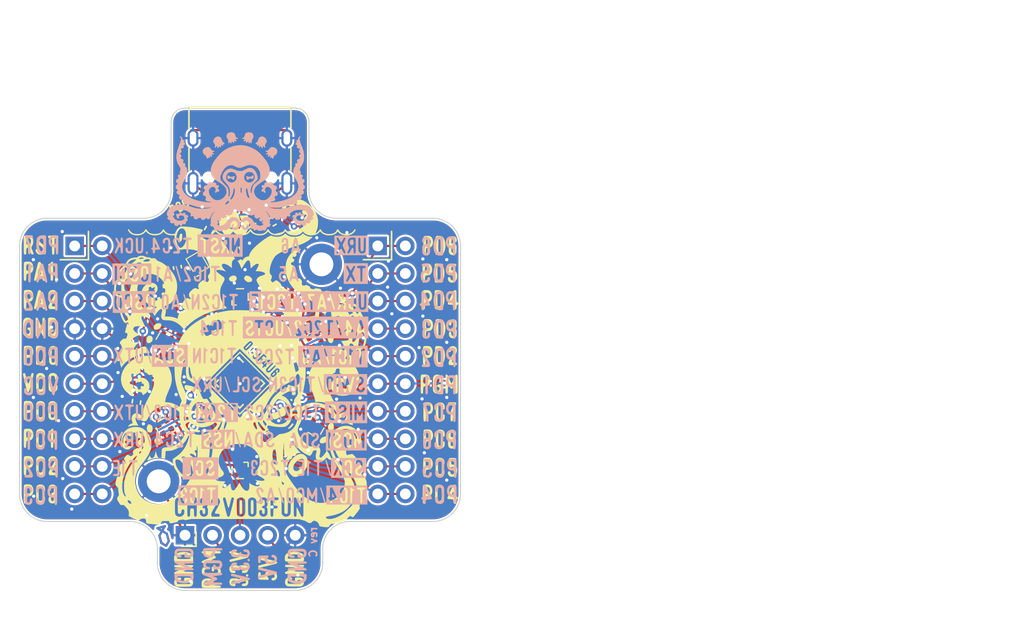
<source format=kicad_pcb>
(kicad_pcb (version 20211014) (generator pcbnew)
  (layers (0 "F.Cu" signal) (31 "B.Cu" signal) (34 "B.Paste" user) (35 "F.Paste" user) (36 "B.SilkS" user "B.Silkscreen") (37 "F.SilkS" user "F.Silkscreen") (38 "B.Mask" user) (39 "F.Mask" user) (44 "Edge.Cuts" user))
  (net 0 "")
  (net 1 "VCC")
  (net 2 "GND")
  (net 3 "PD7NRST")
  (net 4 "PA1")
  (net 5 "PA2")
  (net 6 "PD0")
  (net 7 "PC0")
  (net 8 "PC1")
  (net 9 "PC2")
  (net 10 "PC3")
  (net 11 "SWIO")
  (net 12 "PC4")
  (net 13 "PC5")
  (net 14 "PC6")
  (net 15 "PC7")
  (net 16 "PD2")
  (net 17 "PD6")
  (net 18 "D+")
  (net 19 "D-")
  (net 20 "DPU")
  (net 21 "Net-(J4-PadA7)")
  (net 22 "Net-(J4-PadA6)")
  (net 23 "Net-(J4-PadB5)")
  (net 24 "Net-(J4-PadA5)")
  (net 27 "+5V")
  (net 28 "Net-(D7-Pad2)")
  (net 29 "VD")
  (net 30 "Net-(D1-Pad3)")
  (net 31 "Net-(D2-Pad3)")
  (net 32 "Net-(D3-Pad3)")
  (net 33 "Net-(D4-Pad3)")
  (net 34 "Net-(D5-Pad3)")
  (footprint "cnhardware:XL-1010RGBC-WS812B" (layer "F.Cu") (at 106.928196 103.999988 150)
    (fp_text reference "D1" hide)
    (fp_text value "XL-1010RGBC-WS2812B")
  )
  (footprint "Resistor_SMD:R_0402_1005Metric" (layer "F.Cu") (at 90.45 101.68 -100)
    (fp_text reference "R6")
    (fp_text value "1.5k" hide)
  )
  (footprint "Resistor_SMD:R_0402_1005Metric" (layer "F.Cu") (at 103.825 93.038327 -120)
    (fp_text reference "R2")
    (fp_text value "33" hide)
  )
  (footprint "MountingHole:MountingHole_2.2mm_M2_DIN965_Pad" (layer "F.Cu") (at 92.5 109)
    (fp_text reference "J6" hide)
    (fp_text value "HOLE" hide)
  )
  (footprint "Capacitor_SMD:C_0402_1005Metric" (layer "F.Cu") (at 97.47 94.84 -150)
    (fp_text reference "C3" hide)
    (fp_text value "1u")
  )
  (footprint "Resistor_SMD:R_0402_1005Metric" (layer "F.Cu") (at 99.65 87.75 -60)
    (fp_text reference "R1" hide)
    (fp_text value "33")
  )
  (footprint "Resistor_SMD:R_0402_1005Metric" (layer "F.Cu") (at 102.14 94.45 180)
    (fp_text reference "R5")
    (fp_text value "1.5k 1%" hide)
  )
  (footprint "Custom:PinHeader_2x10_P2.54mm_Vertical" (layer "F.Cu") (at 84.755 87.305)
    (fp_text reference "J1" hide)
    (fp_text value "~")
  )
  (footprint "cnhardware:XL-1010RGBC-WS812B" (layer "F.Cu") (at 99.999997 91.999994 -90)
    (fp_text reference "D5" hide)
    (fp_text value "XL-1010RGBC-WS2812B")
  )
  (footprint "Custom:PinHeader_1x05_P2.54mm_Vertical" (layer "F.Cu") (at 94.925 113.97 90)
    (fp_text reference "J2" hide)
    (fp_text value "PGM" hide)
  )
  (footprint "Capacitor_SMD:C_0402_1005Metric" (layer "F.Cu") (at 94.23 89.28 -80)
    (fp_text reference "C4")
    (fp_text value "1u" hide)
  )
  (footprint "Package_DFN_QFN:QFN-20-1EP_3x3mm_P0.4mm_EP1.65x1.65mm" (layer "F.Cu") (at 99.97 99.97 -45)
    (fp_text reference "U1")
    (fp_text value "CH32V003F4U6" hide)
  )
  (footprint "Capacitor_SMD:C_0402_1005Metric" (layer "F.Cu") (at 96.64 100.46 113)
    (fp_text reference "C1" hide)
    (fp_text value "1u" hide)
  )
  (footprint "MountingHole:MountingHole_2.2mm_M2_DIN965_Pad" (layer "F.Cu") (at 107.5 89)
    (fp_text reference "J5" hide)
    (fp_text value "HOLE" hide)
  )
  (footprint "cnhardware:XL-1010RGBC-WS812B" (layer "F.Cu") (at 99.999993 107.999988 90)
    (fp_text reference "D2" hide)
    (fp_text value "XL-1010RGBC-WS2812B")
  )
  (footprint "cnhardware:XL-1010RGBC-WS812B" (layer "F.Cu") (at 93.071797 104 30)
    (fp_text reference "D3" hide)
    (fp_text value "XL-1010RGBC-WS2812B")
  )
  (footprint "Capacitor_SMD:C_0402_1005Metric" (layer "F.Cu") (at 102.734308 104.79 30)
    (fp_text reference "C2")
    (fp_text value "1u" hide)
  )
  (footprint "LED_SMD:LED_0402_1005Metric" (layer "F.Cu") (at 94.875 84.725 -155)
    (fp_text reference "D7")
    (fp_text value "LED")
  )
  (footprint "xdfn_reg:xdfn-reg" (layer "F.Cu") (at 96.07 88.89 30)
    (fp_text reference "U2")
    (fp_text value "3.3vReg")
  )
  (footprint "Resistor_SMD:R_0402_1005Metric" (layer "F.Cu") (at 94.22 92.66 60)
    (fp_text reference "R7" hide)
    (fp_text value "0")
  )
  (footprint "Resistor_SMD:R_0402_1005Metric" (layer "F.Cu") (at 97.14 85.84 -120)
    (fp_text reference "R3")
    (fp_text value "5.1k" hide)
  )
  (footprint "Connector_USB:USB_C_Receptacle_HRO_TYPE-C-31-M-12" (layer "F.Cu") (at 99.99 78.41 180)
    (fp_text reference "J4" hide)
    (fp_text value "USB_C_Receptacle_USB2.0" hide)
  )
  (footprint "art:Front" (layer "F.Cu") (at 100.375306 96.777662)
    (fp_text reference "A1" hide)
    (fp_text value "front" hide)
  )
  (footprint "Resistor_SMD:R_0402_1005Metric" (layer "F.Cu") (at 102.998327 85.055 30)
    (fp_text reference "R4")
    (fp_text value "5.1k" hide)
  )
  (footprint "Custom:PinHeader_2x10_P2.54mm_Vertical" (layer "F.Cu") (at 112.695 87.305)
    (fp_text reference "J3" hide)
    (fp_text value "~")
  )
  (footprint "cnhardware:XL-1010RGBC-WS812B" (layer "F.Cu") (at 93.071798 96.000003 -30)
    (fp_text reference "D4" hide)
    (fp_text value "XL-1010RGBC-WS2812B")
  )
  (footprint "Capacitor_SMD:C_0402_1005Metric" (layer "F.Cu") (at 96.28 90.38 30)
    (fp_text reference "C5" hide)
    (fp_text value "1u")
  )
  (footprint "cnhardware:XL-1010RGBC-WS812B" (layer "F.Cu") (at 106.928203 96 -150)
    (fp_text reference "D6" hide)
    (fp_text value "XL-1010RGBC-WS2812B")
  )
  (footprint "art:Back" (layer "B.Cu") (at 101.318385 96.90765 180)
    (fp_text reference "A2" hide)
    (fp_text value "back" hide)
  )
  (footprint "art:Heart" (layer "B.Cu") (at 100.309657 75.585578 180)
    (fp_text reference "A3" hide)
    (fp_text value "heart" hide)
  )
  (gr_line (start 93.183013 114.941025) (end 92.75 114.691025) (layer "F.Cu") (width 0.2))
  (gr_line (start 92.383975 113.325) (end 93.25 113.825) (layer "F.Cu") (width 0.2))
  (gr_line (start 93.066987 113.141987) (end 92.383975 113.325) (layer "F.Cu") (width 0.2))
  (gr_line (start 92.75 114.691025) (end 92.566987 114.008013) (layer "F.Cu") (width 0.2))
  (gr_line (start 92.566987 114.008013) (end 93.066987 113.141987) (layer "F.Cu") (width 0.2))
  (gr_line (start 93.433013 114.508013) (end 93.183013 114.941025) (layer "F.Cu") (width 0.2))
  (gr_line (start 93.433013 114.508013) (end 93.25 113.825) (layer "F.Cu") (width 0.2))
  (gr_line (start 93.25 113.825) (end 93.433013 114.508013) (layer "B.Cu") (width 0.2))
  (gr_line (start 92.75 114.691025) (end 92.566987 114.008013) (layer "B.Cu") (width 0.2))
  (gr_line (start 93.066987 113.141987) (end 92.383975 113.325) (layer "B.Cu") (width 0.2))
  (gr_line (start 93.183013 114.941025) (end 92.75 114.691025) (layer "B.Cu") (width 0.2))
  (gr_line (start 92.383975 113.325) (end 93.25 113.825) (layer "B.Cu") (width 0.2))
  (gr_line (start 92.566987 114.008013) (end 93.066987 113.141987) (layer "B.Cu") (width 0.2))
  (gr_line (start 93.433013 114.508013) (end 93.183013 114.941025) (layer "B.Cu") (width 0.2))
  (gr_rect (start 90.83 111.27) (end 93.41 112.21) (layer "F.SilkS") (width 0.15) (fill solid))
  (gr_arc (start 117.78 84.76) (mid 119.576051 85.503949) (end 120.32 87.3) (layer "Edge.Cuts") (width 0.1))
  (gr_line (start 91.11 84.76) (end 82.22 84.76) (layer "Edge.Cuts") (width 0.1))
  (gr_arc (start 79.68 87.3) (mid 80.423949 85.503949) (end 82.22 84.76) (layer "Edge.Cuts") (width 0.1))
  (gr_line (start 105.08 74.6) (end 94.92 74.6) (layer "Edge.Cuts") (width 0.1))
  (gr_arc (start 105.08 74.6) (mid 105.978026 74.971974) (end 106.35 75.87) (layer "Edge.Cuts") (width 0.1))
  (gr_arc (start 108.89 84.76) (mid 107.093948 84.016051) (end 106.35 82.219999) (layer "Edge.Cuts") (width 0.1))
  (gr_line (start 92.38 115.24) (end 92.38 116.51) (layer "Edge.Cuts") (width 0.1))
  (gr_line (start 120.32 87.3) (end 120.32 110.16) (layer "Edge.Cuts") (width 0.1))
  (gr_arc (start 107.62 116.51) (mid 106.876051 118.306051) (end 105.08 119.05) (layer "Edge.Cuts") (width 0.1))
  (gr_arc (start 82.22 112.7) (mid 80.423949 111.956051) (end 79.68 110.16) (layer "Edge.Cuts") (width 0.1))
  (gr_line (start 89.84 112.7) (end 82.22 112.7) (layer "Edge.Cuts") (width 0.1))
  (gr_line (start 79.68 110.16) (end 79.68 87.3) (layer "Edge.Cuts") (width 0.1))
  (gr_line (start 106.35 82.219999) (end 106.35 75.87) (layer "Edge.Cuts") (width 0.1))
  (gr_arc (start 93.65 75.87) (mid 94.021974 74.971974) (end 94.92 74.6) (layer "Edge.Cuts") (width 0.1))
  (gr_line (start 117.78 84.76) (end 108.89 84.76) (layer "Edge.Cuts") (width 0.1))
  (gr_line (start 107.62 115.24) (end 107.62 116.51) (layer "Edge.Cuts") (width 0.1))
  (gr_line (start 105.08 119.05) (end 94.92 119.05) (layer "Edge.Cuts") (width 0.1))
  (gr_arc (start 93.650001 82.22) (mid 92.906052 84.016052) (end 91.11 84.76) (layer "Edge.Cuts") (width 0.1))
  (gr_arc (start 120.32 110.16) (mid 119.576051 111.956051) (end 117.78 112.7) (layer "Edge.Cuts") (width 0.1))
  (gr_arc (start 94.92 119.05) (mid 93.123949 118.306051) (end 92.38 116.51) (layer "Edge.Cuts") (width 0.1))
  (gr_line (start 93.65 75.87) (end 93.650001 82.22) (layer "Edge.Cuts") (width 0.1))
  (gr_arc (start 107.62 115.24) (mid 108.363949 113.443949) (end 110.16 112.7) (layer "Edge.Cuts") (width 0.1))
  (gr_line (start 110.16 112.7) (end 117.78 112.7) (layer "Edge.Cuts") (width 0.1))
  (gr_arc (start 89.84 112.7) (mid 91.636051 113.443949) (end 92.38 115.24) (layer "Edge.Cuts") (width 0.1))
  (gr_text "rev C" (at 106.75 114.6 90) (layer "B.SilkS") (effects (font (size 0.7 0.7)) (justify mirror)))
  (segment (start 95.24 91.71) (end 95.864308 90.62) (width 0.2) (layer "F.Cu") (net 1))
  (segment (start 96 100.68) (end 96.815102 100.903684) (width 0.2) (layer "F.Cu") (net 1))
  (segment (start 97.2 100.75) (end 97.39 100.74) (width 0.2) (layer "F.Cu") (net 1))
  (segment (start 93.81 99.67) (end 90.7 99.35) (width 0.2) (layer "F.Cu") (net 1))
  (segment (start 96.815102 100.903684) (end 97.2 100.75) (width 0.2) (layer "F.Cu") (net 1))
  (segment (start 91.5 93.44) (end 92.46 92.8) (width 0.2) (layer "F.Cu") (net 1))
  (segment (start 94.43 99.95) (end 94.66 100.15) (width 0.2) (layer "F.Cu") (net 1))
  (segment (start 95.61 100.64) (end 95.46 101.05) (width 0.2) (layer "F.Cu") (net 1))
  (segment (start 97.54 100.82) (end 97.69 100.83) (width 0.2) (layer "F.Cu") (net 1))
  (segment (start 95.864308 90.62) (end 96.016891 89.498013) (width 0.2) (layer "F.Cu") (net 1))
  (segment (start 91.04 95.16) (end 91.5 93.44) (width 0.2) (layer "F.Cu") (net 1))
  (segment (start 92.46 92.8) (end 94.475 92.218327) (width 0.2) (layer "F.Cu") (net 1))
  (segment (start 95.61 100.64) (end 96 100.68) (width 0.2) (layer "F.Cu") (net 1))
  (segment (start 94.66 100.15) (end 95.61 100.64) (width 0.2) (layer "F.Cu") (net 1))
  (segment (start 90.7 99.35) (end 87.295 100.005) (width 0.2) (layer "F.Cu") (net 1))
  (segment (start 94.475 92.218327) (end 95.24 91.71) (width 0.2) (layer "F.Cu") (net 1))
  (segment (start 97.69 100.83) (end 97.89 100.83) (width 0.2) (layer "F.Cu") (net 1))
  (segment (start 84.755 100.005) (end 87.295 100.005) (width 0.2) (layer "F.Cu") (net 1))
  (segment (start 97.39 100.74) (end 97.54 100.82) (width 0.2) (layer "F.Cu") (net 1))
  (segment (start 98.03 100.78) (end 98.37901 100.429619) (width 0.2) (layer "F.Cu") (net 1))
  (segment (start 97.89 100.83) (end 98.03 100.78) (width 0.2) (layer "F.Cu") (net 1))
  (segment (start 93.81 99.67) (end 94.43 99.95) (width 0.2) (layer "F.Cu") (net 1))
  (via (at 91.04 95.16) (size 0.6) (drill 0.3) (layers "F.Cu" "B.Cu") (net 1))
  (via (at 90.7 99.35) (size 0.6) (drill 0.3) (layers "F.Cu" "B.Cu") (net 1))
  (via (at 95.46 101.05) (size 0.6) (drill 0.3) (layers "F.Cu" "B.Cu") (net 1))
  (segment (start 96.52 102.14) (end 97.67 103.98) (width 0.2) (layer "B.Cu") (net 1))
  (segment (start 91.04 95.16) (end 90.7 99.35) (width 0.2) (layer "B.Cu") (net 1))
  (segment (start 97.67 103.98) (end 99.93 109.61) (width 0.2) (layer "B.Cu") (net 1))
  (segment (start 95.46 101.05) (end 96.52 102.14) (width 0.2) (layer "B.Cu") (net 1))
  (segment (start 99.93 109.61) (end 100.005 113.97) (width 0.2) (layer "B.Cu") (net 1))
  (segment (start 91.45 96.89) (end 91.61 96.37) (width 0.2) (layer "F.Cu") (net 2))
  (segment (start 103.25 83.69) (end 103.44 84.8) (width 0.2) (layer "F.Cu") (net 2))
  (segment (start 94.84 97.02) (end 94.74 96.65) (width 0.2) (layer "F.Cu") (net 2))
  (segment (start 104.48 90.31) (end 104.075 90.15) (width 0.2) (layer "F.Cu") (net 2))
  (segment (start 96.44 100.02) (end 96.675 99.575) (width 0.2) (layer "F.Cu") (net 2))
  (segment (start 100.475003 108.475006) (end 101.6 109.2) (width 0.2) (layer "F.Cu") (net 2))
  (segment (start 87.3 94.925) (end 89.77 96.74) (width 0.2) (layer "F.Cu") (net 2))
  (segment (start 97.054308 95.14) (end 94.83 95.14) (width 0.2) (layer "F.Cu") (net 2))
  (segment (start 100.87 87.05) (end 103.4 86.07) (width 0.2) (layer "F.Cu") (net 2))
  (segment (start 91.84 97.5) (end 91.45 96.89) (width 0.2) (layer "F.Cu") (net 2))
  (segment (start 93.91 97.3) (end 93.06 97.4) (width 0.2) (layer "F.Cu") (net 2))
  (segment (start 95.68 81.54) (end 96.75 82.455) (width 0.2) (layer "F.Cu") (net 2))
  (segment (start 104.32 93.32) (end 104.82 92.7) (width 0.2) (layer "F.Cu") (net 2))
  (segment (start 97.83 98.62) (end 98.21 98.78) (width 0.2) (layer "F.Cu") (net 2))
  (segment (start 98.21 98.78) (end 98.691852 99.257538) (width 0.2) (layer "F.Cu") (net 2))
  (segment (start 94.98 98.42) (end 95.77 98.44) (width 0.2) (layer "F.Cu") (net 2))
  (segment (start 94.7 95.7) (end 94.83 95.14) (width 0.2) (layer "F.Cu") (net 2))
  (segment (start 90.92 98.4) (end 91.59 98.71) (width 0.2) (layer "F.Cu") (net 2))
  (segment (start 104.33 94.38) (end 104.32 93.32) (width 0.2) (layer "F.Cu") (net 2))
  (segment (start 84.755 94.925) (end 87.295 94.925) (width 0.2) (layer "F.Cu") (net 2))
  (segment (start 103.25 82.455) (end 103.25 83.69) (width 0.2) (layer "F.Cu") (net 2))
  (segment (start 89.77 96.74) (end 90.31 98.16) (width 0.2) (layer "F.Cu") (net 2))
  (segment (start 93.59 98.91) (end 94.44 98.45) (width 0.2) (layer "F.Cu") (net 2))
  (segment (start 104.15 76.63) (end 95.51 76.63) (width 0.2) (layer "F.Cu") (net 2))
  (segment (start 94.925 113.97) (end 92.5 109) (width 0.2) (layer "F.Cu") (net 2))
  (segment (start 103.4 86.07) (end 103.44 84.8) (width 0.2) (layer "F.Cu") (net 2))
  (segment (start 91.59 98.71) (end 93.59 98.91) (width 0.2) (layer "F.Cu") (net 2))
  (segment (start 91.61 96.37) (end 92.422936 96.173865) (width 0.2) (layer "F.Cu") (net 2))
  (segment (start 98.691852 99.257538) (end 99.08 99.66) (width 0.2) (layer "F.Cu") (net 2))
  (segment (start 94.44 98.45) (end 94.98 98.42) (width 0.2) (layer "F.Cu") (net 2))
  (segment (start 104.82 92.7) (end 104.78 91.48) (width 0.2) (layer "F.Cu") (net 2))
  (segment (start 93.06 97.4) (end 92.27 97.57) (width 0.2) (layer "F.Cu") (net 2))
  (segment (start 94.44 97.22) (end 93.91 97.3) (width 0.2) (layer "F.Cu") (net 2))
  (segment (start 96.623109 89.148013) (end 97.12 88.41) (width 0.2) (layer "F.Cu") (net 2))
  (segment (start 106.28 98.99) (end 102.86 99.94) (width 0.2) (layer "F.Cu") (net 2))
  (segment (start 104.78 91.48) (end 104.48 90.31) (width 0.2) (layer "F.Cu") (net 2))
  (segment (start 92.27 97.57) (end 91.84 97.5) (width 0.2) (layer "F.Cu") (net 2))
  (segment (start 95.77 98.44) (end 97.83 98.62) (width 0.2) (layer "F.Cu") (net 2))
  (segment (start 103.15 104.55) (end 103.56 103.42) (width 0.2) (layer "F.Cu") (net 2))
  (segment (start 95.68 77.36) (end 95.68 81.54) (width 0.2) (layer "F.Cu") (net 2))
  (segment (start 104.32 81.54) (end 104.32 77.36) (width 0.2) (layer "F.Cu") (net 2))
  (segment (start 94.74 96.65) (end 94.7 95.7) (width 0.2) (layer "F.Cu") (net 2))
  (segment (start 99.08 99.66) (end 100 100) (width 0.2) (layer "F.Cu") (net 2))
  (segment (start 105.59 104.2) (end 103.56 103.42) (width 0.2) (layer "F.Cu") (net 2))
  (segment (start 103.25 82.455) (end 104.32 81.54) (width 0.2) (layer "F.Cu") (net 2))
  (segment (start 90.31 98.16) (end 90.92 98.4) (width 0.2) (layer "F.Cu") (net 2))
  (segment (start 96.07 88.89) (end 96.623109 89.148013) (width 0.2) (layer "F.Cu") (net 2))
  (segment (start 94.84 97.02) (end 94.44 97.22) (width 0.2) (layer "F.Cu") (net 2))
  (via (at 94.11 101) (size 0.6) (drill 0.3) (layers "F.Cu" "B.Cu") (net 2))
  (via (at 99.875 97.65) (size 0.6) (drill 0.3) (layers "F.Cu" "B.Cu") (net 2))
  (via (at 88.875 90.775) (size 0.6) (drill 0.3) (layers "F.Cu" "B.Cu") (net 2))
  (via (at 106.28 98.99) (size 0.6) (drill 0.3) (layers "F.Cu" "B.Cu") (net 2))
  (via (at 104.075 90.15) (size 0.6) (drill 0.3) (layers "F.Cu" "B.Cu") (net 2))
  (via (at 105.33 117.64) (size 0.6) (drill 0.3) (layers "F.Cu" "B.Cu") (net 2))
  (via (at 116.5 96.675) (size 0.6) (drill 0.3) (layers "F.Cu" "B.Cu") (net 2))
  (via (at 101.6 109.2) (size 0.6) (drill 0.3) (layers "F.Cu" "B.Cu") (net 2))
  (via (at 99.475 90.725) (size 0.6) (drill 0.3) (layers "F.Cu" "B.Cu") (net 2))
  (via (at 93.62 87.47) (size 0.6) (drill 0.3) (layers "F.Cu" "B.Cu") (net 2))
  (via (at 101.13 93.18) (size 0.6) (drill 0.3) (layers "F.Cu" "B.Cu") (net 2))
  (via (at 94.83 95.14) (size 0.6) (drill 0.3) (layers "F.Cu" "B.Cu") (net 2))
  (via (at 80.95 88.57) (size 0.6) (drill 0.3) (layers "F.Cu" "B.Cu") (net 2))
  (via (at 116.85 88.5) (size 0.6) (drill 0.3) (layers "F.Cu" "B.Cu") (net 2))
  (via (at 96.51 83.7) (size 0.6) (drill 0.3) (layers "F.Cu" "B.Cu") (net 2))
  (via (at 119.05 101.27) (size 0.6) (drill 0.3) (layers "F.Cu" "B.Cu") (net 2))
  (via (at 101.55 106.725) (size 0.6) (drill 0.3) (layers "F.Cu" "B.Cu") (net 2))
  (via (at 95.19 89.37) (size 0.6) (drill 0.3) (layers "F.Cu" "B.Cu") (net 2))
  (via (at 116.775 101.4) (size 0.6) (drill 0.3) (layers "F.Cu" "B.Cu") (net 2))
  (via (at 111.5 108.375) (size 0.6) (drill 0.3) (layers "F.Cu" "B.Cu") (net 2))
  (via (at 89.14 101.17) (size 0.6) (drill 0.3) (layers "F.Cu" "B.Cu") (net 2))
  (via (at 111.37 95.79) (size 0.6) (drill 0.3) (layers "F.Cu" "B.Cu") (net 2))
  (via (at 119.05 96.19) (size 0.6) (drill 0.3) (layers "F.Cu" "B.Cu") (net 2))
  (via (at 108.9 101.43) (size 0.6) (drill 0.3) (layers "F.Cu" "B.Cu") (net 2))
  (via (at 89.925 89.9) (size 0.6) (drill 0.3) (layers "F.Cu" "B.Cu") (net 2))
  (via (at 83.27 103.41) (size 0.6) (drill 0.3) (layers "F.Cu" "B.Cu") (net 2))
  (via (at 119.05 88.57) (size 0.6) (drill 0.3) (layers "F.Cu" "B.Cu") (net 2))
  (via (at 113.68 88.7) (size 0.6) (drill 0.3) (layers "F.Cu" "B.Cu") (net 2))
  (via (at 116.85 93.775) (size 0.6) (drill 0.3) (layers "F.Cu" "B.Cu") (net 2))
  (via (at 91.65 100.725) (size 0.6) (drill 0.3) (layers "F.Cu" "B.Cu") (net 2))
  (via (at 88.75 98.975) (size 0.6) (drill 0.3) (layers "F.Cu" "B.Cu") (net 2))
  (via (at 88.92 106.26) (size 0.6) (drill 0.3) (layers "F.Cu" "B.Cu") (net 2))
  (via (at 104.91 100.53) (size 0.6) (drill 0.3) (layers "F.Cu" "B.Cu") (net 2))
  (via (at 109.16 96.47) (size 0.6) (drill 0.3) (layers "F.Cu" "B.Cu") (net 2))
  (via (at 116.99 106.37) (size 0.6) (drill 0.3) (layers "F.Cu" "B.Cu") (net 2))
  (via (at 83.09 90.41) (size 0.6) (drill 0.3) (layers "F.Cu" "B.Cu") (net 2))
  (via (at 102.86 99.94) (size 0.6) (drill 0.3) (layers "F.Cu" "B.Cu") (net 2))
  (via (at 119.05 108.89) (size 0.6) (drill 0.3) (layers "F.Cu" "B.Cu") (net 2))
  (via (at 94.01 105.45) (size 0.6) (drill 0.3) (layers "F.Cu" "B.Cu") (net 2))
  (via (at 101.79 91.2) (size 0.6) (drill 0.3) (layers "F.Cu" "B.Cu") (net 2))
  (via (at 82.625 94.8) (size 0.6) (drill 0.3) (layers "F.Cu" "B.Cu") (net 2))
  (via (at 113.99 93.56) (size 0.6) (drill 0.3) (layers "F.Cu" "B.Cu") (net 2))
  (via (at 106.28 97.47) (size 0.6) (drill 0.3) (layers "F.Cu" "B.Cu") (net 2))
  (via (at 96.72 104.3) (size 0.6) (drill 0.3) (layers "F.Cu" "B.Cu") (net 2))
  (via (at 98.6 109.4) (size 0.6) (drill 0.3) (layers "F.Cu" "B.Cu") (net 2))
  (via (at 111.06 101.31) (size 0.6) (drill 0.3) (layers "F.Cu" "B.Cu") (net 2))
  (via (at 103.56 103.42) (size 0.6) (drill 0.3) (layers "F.Cu" "B.Cu") (net 2))
  (via (at 88.725 96.75) (size 0.6) (drill 0.3) (layers "F.Cu" "B.Cu") (net 2))
  (via (at 103.69 96.52) (size 0.6) (drill 0.3) (layers "F.Cu" "B.Cu") (net 2))
  (via (at 105.03 101.89) (size 0.6) (drill 0.3) (layers "F.Cu" "B.Cu") (net 2))
  (via (at 80.98 110.37) (size 0.6) (drill 0.3) (layers "F.Cu" "B.Cu") (net 2))
  (via (at 107.075 86.55) (size 0.6) (drill 0.3) (layers "F.Cu" "B.Cu") (net 2))
  (via (at 104.25 107.825) (size 0.6) (drill 0.3) (layers "F.Cu" "B.Cu") (net 2))
  (via (at 102.95 111.375) (size 0.6) (drill 0.3) (layers "F.Cu" "B.Cu") (net 2))
  (via (at 109.85 86.075) (size 0.6) (drill 0.3) (layers "F.Cu" "B.Cu") (net 2))
  (via (at 83.66 108.75) (size 0.6) (drill 0.3) (layers "F.Cu" "B.Cu") (net 2))
  (via (at 113.6 91.1) (size 0.6) (drill 0.3) (layers "F.Cu" "B.Cu") (net 2))
  (via (at 100.87 87.05) (size 0.6) (drill 0.3) (layers "F.Cu" "B.Cu") (net 2))
  (via (at 83.61 85.98) (size 0.6) (drill 0.3) (layers "F.Cu" "B.Cu") (net 2))
  (via (at 105.59 104.2) (size 0.6) (drill 0.3) (layers "F.Cu" "B.Cu") (net 2))
  (via (at 95.43 118.22) (size 0.6) (drill 0.3) (layers "F.Cu" "B.Cu") (net 2))
  (via (at 110.89 104.21) (size 0.6) (drill 0.3) (layers "F.Cu" "B.Cu") (net 2))
  (via (at 109.69 99.43) (size 0.6) (drill 0.3) (layers "F.Cu" "B.Cu") (net 2))
  (via (at 92.2 91.925) (size 0.6) (drill 0.3) (layers "F.Cu" "B.Cu") (net 2))
  (via (at 106.28 106.13) (size 0.6) (drill 0.3) (layers "F.Cu" "B.Cu") (net 2))
  (via (at 109.25 91.2) (size 0.6) (drill 0.3) (layers "F.Cu" "B.Cu") (net 2))
  (via (at 100 100) (size 0.6) (drill 0.3) (layers "F.Cu" "B.Cu") (net 2))
  (via (at 94.85 99.375) (size 0.6) (drill 0.3) (layers "F.Cu" "B.Cu") (net 2))
  (via (at 107.91 94.26) (size 0.6) (drill 0.3) (layers "F.Cu" "B.Cu") (net 2))
  (via (at 82.175 98.6) (size 0.6) (drill 0.3) (layers "F.Cu" "B.Cu") (net 2))
  (via (at 84.49 111.56) (size 0.6) (drill 0.3) (layers "F.Cu" "B.Cu") (net 2))
  (via (at 109.14 103.46) (size 0.6) (drill 0.3) (layers "F.Cu" "B.Cu") (net 2))
  (via (at 98.51 103.37) (size 0.6) (drill 0.3) (layers "F.Cu" "B.Cu") (net 2))
  (via (at 109.025 107) (size 0.6) (drill 0.3) (layers "F.Cu" "B.Cu") (net 2))
  (via (at 91.94 95.32) (size 0.6) (drill 0.3) (layers "F.Cu" "B.Cu") (net 2))
  (via (at 100.46 89.49) (size 0.6) (drill 0.3) (layers "F.Cu" "B.Cu") (net 2))
  (via (at 91.38 112.15) (size 0.6) (drill 0.3) (layers "F.Cu" "B.Cu") (net 2))
  (via (at 98.46 86.61) (size 0.6) (drill 0.3) (layers "F.Cu" "B.Cu") (net 2))
  (via (at 92.4 94.025) (size 0.6) (drill 0.3) (layers "F.Cu" "B.Cu") (net 2))
  (via (at 104.33 94.38) (size 0.6) (drill 0.3) (layers "F.Cu" "B.Cu") (net 2))
  (via (at 96.675 99.575) (size 0.6) (drill 0.3) (layers "F.Cu" "B.Cu") (net 2))
  (via (at 106.61 101.93) (size 0.6) (drill 0.3) (layers "F.Cu" "B.Cu") (net 2))
  (via (at 105.72 84.7) (size 0.6) (drill 0.3) (layers "F.Cu" "B.Cu") (net 2))
  (via (at 80.95 101.27) (size 0.6) (drill 0.3) (layers "F.Cu" "B.Cu") (net 2))
  (via (at 97.12 88.41) (size 0.6) (drill 0.3) (layers "F.Cu" "B.Cu") (net 2))
  (via (at 91.09 103.7) (size 0.6) (drill 0.3) (layers "F.Cu" "B.Cu") (net 2))
  (via (at 99.31 106.05) (size 0.6) (drill 0.3) (layers "F.Cu" "B.Cu") (net 2))
  (via (at 104.75 105.15) (size 0.6) (drill 0.3) (layers "F.Cu" "B.Cu") (net 2))
  (segment (start 100.87 87.05) (end 102.61 88.435) (width 0.2) (layer "B.Cu") (net 2))
  (segment (start 102.86 99.94) (end 100 100) (width 0.2) (layer "B.Cu") (net 2))
  (segment (start 96.68 115.82) (end 94.925 113.97) (width 0.2) (layer "B.Cu") (net 2))
  (segment (start 102.61 88.435) (end 103.25 89.075) (width 0.2) (layer "B.Cu") (net 2))
  (segment (start 103.325 89) (end 103.25 89.075) (width 0.2) (layer "B.Cu") (net 2))
  (segment (start 109.25 98.99) (end 106.28 98.99) (width 0.2) (layer "B.Cu") (net 2))
  (segment (start 106.28 106.13) (end 105.59 104.2) (width 0.2) (layer "B.Cu") (net 2))
  (segment (start 105.085 113.97) (end 103.94 115.59) (width 0.2) (layer "B.Cu") (net 2))
  (segment (start 100 100) (end 98.51 103.37) (width 0.2) (layer "B.Cu") (net 2))
  (segment (start 97.19 91.01) (end 98.45 91.37) (width 0.2) (layer "B.Cu") (net 2))
  (segment (start 94.83 95.14) (end 92.4 94.025) (width 0.2) (layer "B.Cu") (net 2))
  (segment (start 107.5 89) (end 103.325 89) (width 0.2) (layer "B.Cu") (net 2))
  (segment (start 103.25 89.075) (end 103.25 89.74) (width 0.2) (layer "B.Cu") (net 2))
  (segment (start 96.675 99.575) (end 100 100) (width 0.2) (layer "B.Cu") (net 2))
  (segment (start 109.69 99.43) (end 109.25 98.99) (width 0.2) (layer "B.Cu") (net 2))
  (segment (start 103.25 89.74) (end 101.79 91.2) (width 0.2) (layer "B.Cu") (net 2))
  (segment (start 103.94 115.59) (end 96.68 115.82) (width 0.2) (layer "B.Cu") (net 2))
  (segment (start 94.61 91.96) (end 97.19 91.01) (width 0.2) (layer "B.Cu") (net 2))
  (segment (start 92.4 94.025) (end 94.61 91.96) (width 0.2) (layer "B.Cu") (net 2))
  (segment (start 101.79 91.2) (end 98.86 92.61) (width 0.2) (layer "B.Cu") (net 2))
  (segment (start 98.45 91.37) (end 98.86 92.61) (width 0.2) (layer "B.Cu") (net 2))
  (segment (start 95.29 96.3) (end 95.49 96.85) (width 0.2) (layer "F.Cu") (net 3))
  (segment (start 98.32 97.49) (end 98.82 97.7) (width 0.2) (layer "F.Cu") (net 3))
  (segment (start 87.295 87.305) (end 84.755 87.305) (width 0.2) (layer "F.Cu") (net 3))
  (segment (start 95.49 96.85) (end 97.57 97.38) (width 0.2) (layer "F.Cu") (net 3))
  (segment (start 97.57 97.38) (end 98.32 97.49) (width 0.2) (layer "F.Cu") (net 3))
  (segment (start 98.82 97.7) (end 99.540381 98.40901) (width 0.2) (layer "F.Cu") (net 3))
  (via (at 95.29 96.3) (size 0.6) (drill 0.3) (layers "F.Cu" "B.Cu") (net 3))
  (segment (start 90.81 92.92) (end 88.81 89.12) (width 0.2) (layer "B.Cu") (net 3))
  (segment (start 94.56 95.76) (end 92.05 94.7) (width 0.2) (layer "B.Cu") (net 3))
  (segment (start 95.29 96.3) (end 94.56 95.76) (width 0.2) (layer "B.Cu") (net 3))
  (segment (start 92.05 94.7) (end 90.81 92.92) (width 0.2) (layer "B.Cu") (net 3))
  (segment (start 88.81 89.12) (end 87.295 87.305) (width 0.2) (layer "B.Cu") (net 3))
  (segment (start 99.227538 98.661852) (end 98.61 98.05) (width 0.2) (layer "F.Cu") (net 4))
  (segment (start 94.38 97.66) (end 93.4 98.13) (width 0.2) (layer "F.Cu") (net 4))
  (segment (start 98.05 97.85) (end 95.31 97.64) (width 0.2) (layer "F.Cu") (net 4))
  (segment (start 84.755 89.845) (end 87.295 89.845) (width 0.2) (layer "F.Cu") (net 4))
  (segment (start 95.31 97.64) (end 94.38 97.66) (width 0.2) (layer "F.Cu") (net 4))
  (segment (start 90.63 96.48) (end 90.46 96.18) (width 0.2) (layer "F.Cu") (net 4))
  (segment (start 98.61 98.05) (end 98.05 97.85) (width 0.2) (layer "F.Cu") (net 4))
  (segment (start 90.91 97.61) (end 90.63 96.48) (width 0.2) (layer "F.Cu") (net 4))
  (segment (start 90.46 96.18) (end 88.53 93.43) (width 0.2) (layer "F.Cu") (net 4))
  (segment (start 91.79 97.97) (end 90.91 97.61) (width 0.2) (layer "F.Cu") (net 4))
  (segment (start 88.46 91.7) (end 87.295 89.845) (width 0.2) (layer "F.Cu") (net 4))
  (segment (start 88.53 93.43) (end 88.46 91.7) (width 0.2) (layer "F.Cu") (net 4))
  (segment (start 93.4 98.13) (end 91.79 97.97) (width 0.2) (layer "F.Cu") (net 4))
  (segment (start 95.34 98.03) (end 94.42 98.07) (width 0.2) (layer "F.Cu") (net 5))
  (segment (start 98.49 98.49) (end 98.02 98.25) (width 0.2) (layer "F.Cu") (net 5))
  (segment (start 91.71 98.34) (end 90.6 97.87) (width 0.2) (layer "F.Cu") (net 5))
  (segment (start 94.13 98.18) (end 93.51 98.53) (width 0.2) (layer "F.Cu") (net 5))
  (segment (start 87.295 92.385) (end 84.755 92.385) (width 0.2) (layer "F.Cu") (net 5))
  (segment (start 94.42 98.07) (end 94.13 98.18) (width 0.2) (layer "F.Cu") (net 5))
  (segment (start 98.02 98.25) (end 97.24 98.18) (width 0.2) (layer "F.Cu") (net 5))
  (segment (start 90.6 97.87) (end 90.25 96.57) (width 0.2) (layer "F.Cu") (net 5))
  (segment (start 93.51 98.53) (end 91.71 98.34) (width 0.2) (layer "F.Cu") (net 5))
  (segment (start 90.25 96.57) (end 87.3 92.385) (width 0.2) (layer "F.Cu") (net 5))
  (segment (start 97.24 98.18) (end 95.34 98.03) (width 0.2) (layer "F.Cu") (net 5))
  (segment (start 98.974695 98.974695) (end 98.49 98.49) (width 0.2) (layer "F.Cu") (net 5))
  (segment (start 87.3 97.465) (end 90.5 98.64) (width 0.2) (layer "F.Cu") (net 6))
  (segment (start 91.46 99.06) (end 93.68 99.29) (width 0.2) (layer "F.Cu") (net 6))
  (segment (start 87.295 97.465) (end 84.755 97.465) (width 0.2) (layer "F.Cu") (net 6))
  (segment (start 93.68 99.29) (end 94.58 98.83) (width 0.2) (layer "F.Cu") (net 6))
  (segment (start 97.5 98.97) (end 98.08 99.2) (width 0.2) (layer "F.Cu") (net 6))
  (segment (start 95.03 98.8) (end 96.41 98.87) (width 0.2) (layer "F.Cu") (net 6))
  (segment (start 98.08 99.2) (end 98.40901 99.540381) (width 0.2) (layer "F.Cu") (net 6))
  (segment (start 90.5 98.64) (end 91.46 99.06) (width 0.2) (layer "F.Cu") (net 6))
  (segment (start 96.41 98.87) (end 97.5 98.97) (width 0.2) (layer "F.Cu") (net 6))
  (segment (start 94.58 98.83) (end 95.03 98.8) (width 0.2) (layer "F.Cu") (net 6))
  (segment (start 98.33 101.05) (end 98.661852 100.712462) (width 0.2) (layer "F.Cu") (net 7))
  (segment (start 97.56 101.52) (end 98.17 101.19) (width 0.2) (layer "F.Cu") (net 7))
  (segment (start 94.63 101.73) (end 96.39 101.83) (width 0.2) (layer "F.Cu") (net 7))
  (segment (start 90.361439 102.182252) (end 91.91 101.73) (width 0.2) (layer "F.Cu") (net 7))
  (segment (start 89.173744 102.333744) (end 90.361439 102.182252) (width 0.2) (layer "F.Cu") (net 7))
  (segment (start 93.33 101.5) (end 94.63 101.73) (width 0.2) (layer "F.Cu") (net 7))
  (segment (start 91.91 101.73) (end 93.33 101.5) (width 0.2) (layer "F.Cu") (net 7))
  (segment (start 98.17 101.19) (end 98.33 101.05) (width 0.2) (layer "F.Cu") (net 7))
  (segment (start 87.295 102.545) (end 84.755 102.545) (width 0.2) (layer "F.Cu") (net 7))
  (segment (start 96.39 101.83) (end 97.56 101.52) (width 0.2) (layer "F.Cu") (net 7))
  (segment (start 87.3 102.545) (end 89.173744 102.333744) (width 0.2) (layer "F.Cu") (net 7))
  (segment (start 98.44 101.5) (end 98.944695 100.995305) (width 0.2) (layer "F.Cu") (net 8))
  (segment (start 96.02 102.32) (end 96.78 102.13) (width 0.2) (layer "F.Cu") (net 8))
  (segment (start 95.61 102.37) (end 96.02 102.32) (width 0.2) (layer "F.Cu") (net 8))
  (segment (start 97.85 101.81) (end 98.44 101.5) (width 0.2) (layer "F.Cu") (net 8))
  (segment (start 84.755 105.085) (end 87.295 105.085) (width 0.2) (layer "F.Cu") (net 8))
  (segment (start 96.78 102.13) (end 97.85 101.81) (width 0.2) (layer "F.Cu") (net 8))
  (segment (start 95.06 102.57) (end 95.61 102.37) (width 0.2) (layer "F.Cu") (net 8))
  (via (at 95.06 102.57) (size 0.6) (drill 0.3) (layers "F.Cu" "B.Cu") (net 8))
  (segment (start 94.52 103.19) (end 95.32 102.54) (width 0.2) (layer "B.Cu") (net 8))
  (segment (start 89.43 105.56) (end 90.7 105.42) (width 0.2) (layer "B.Cu") (net 8))
  (segment (start 87.295 105.085) (end 89.43 105.56) (width 0.2) (layer "B.Cu") (net 8))
  (segment (start 95.32 102.54) (end 95.06 102.57) (width 0.2) (layer "B.Cu") (net 8))
  (segment (start 90.7 105.42) (end 91.72 104.69) (width 0.2) (layer "B.Cu") (net 8))
  (segment (start 91.72 104.69) (end 94.52 103.19) (width 0.2) (layer "B.Cu") (net 8))
  (segment (start 95.75 103.06) (end 96.79 102.62) (width 0.2) (layer "F.Cu") (net 9))
  (segment (start 95.75 103.06) (end 95.8 103.02) (width 0.2) (layer "F.Cu") (net 9))
  (segment (start 98.9 101.62) (end 99.227538 101.278148) (width 0.2) (layer "F.Cu") (net 9))
  (segment (start 97.85 102.26) (end 98.51 101.95) (width 0.2) (layer "F.Cu") (net 9))
  (segment (start 96.79 102.62) (end 97.85 102.26) (width 0.2) (layer "F.Cu") (net 9))
  (segment (start 98.51 101.95) (end 98.9 101.62) (width 0.2) (layer "F.Cu") (net 9))
  (segment (start 87.295 107.625) (end 84.755 107.625) (width 0.2) (layer "F.Cu") (net 9))
  (via (at 95.8 103.02) (size 0.6) (drill 0.3) (layers "F.Cu" "B.Cu") (net 9))
  (segment (start 94.7 103.6) (end 91.92 105.07) (width 0.2) (layer "B.Cu") (net 9))
  (segment (start 90.44 106.27) (end 91.92 105.07) (width 0.2) (layer "B.Cu") (net 9))
  (segment (start 95.31 103.19) (end 94.7 103.6) (width 0.2) (layer "B.Cu") (net 9))
  (segment (start 95.8 103.02) (end 95.31 103.19) (width 0.2) (layer "B.Cu") (net 9))
  (segment (start 89.08 106.87) (end 90.44 106.27) (width 0.2) (layer "B.Cu") (net 9))
  (segment (start 87.295 107.625) (end 89.08 106.87) (width 0.2) (layer "B.Cu") (net 9))
  (segment (start 98.8 102.26) (end 99.13 101.94) (width 0.2) (layer "F.Cu") (net 10))
  (segment (start 95.7 103.95) (end 96.74 103.19) (width 0.2) (layer "F.Cu") (net 10))
  (segment (start 98.24 102.58) (end 98.8 102.26) (width 0.2) (layer "F.Cu") (net 10))
  (segment (start 96.74 103.19) (end 97.45 102.85) (width 0.2) (layer "F.Cu") (net 10))
  (segment (start 97.45 102.85) (end 98.24 102.58) (width 0.2) (layer "F.Cu") (net 10))
  (segment (start 84.755 110.165) (end 87.295 110.165) (width 0.2) (layer "F.Cu") (net 10))
  (segment (start 99.13 101.94) (end 99.510381 101.56099) (width 0.2) (layer "F.Cu") (net 10))
  (via (at 95.7 103.95) (size 0.6) (drill 0.3) (layers "F.Cu" "B.Cu") (net 10))
  (segment (start 90.52 107.01) (end 89.56 108.34) (width 0.2) (layer "B.Cu") (net 10))
  (segment (start 91.88 105.84) (end 90.52 107.01) (width 0.2) (layer "B.Cu") (net 10))
  (segment (start 89.56 108.34) (end 87.295 110.165) (width 0.2) (layer "B.Cu") (net 10))
  (segment (start 95.7 103.95) (end 91.88 105.84) (width 0.2) (layer "B.Cu") (net 10))
  (segment (start 105.72 101.3) (end 103.12 101.33) (width 0.2) (layer "F.Cu") (net 11))
  (segment (start 108.52 112.49) (end 107.75 113.37) (width 0.2) (layer "F.Cu") (net 11))
  (segment (start 105 116.45) (end 103.28 115.94) (width 0.2) (layer "F.Cu") (net 11))
  (segment (start 118.21 100.67) (end 118.25 109.82) (width 0.2) (layer "F.Cu") (net 11))
  (segment (start 117.19 111.78) (end 111.35 111.78) (width 0.2) (layer "F.Cu") (net 11))
  (segment (start 105.83 116.34) (end 105 116.45) (width 0.2) (layer "F.Cu") (net 11))
  (segment (start 100.78 115.56) (end 98.21 115.28) (width 0.2) (layer "F.Cu") (net 11))
  (segment (start 111.35 111.78) (end 109.85 112.13) (width 0.2) (layer "F.Cu") (net 11))
  (segment (start 103.28 115.94) (end 100.78 115.56) (width 0.2) (layer "F.Cu") (net 11))
  (segment (start 107.75 113.37) (end 107.26 114.35) (width 0.2) (layer "F.Cu") (net 11))
  (segment (start 101.91 100.77) (end 101.59099 100.459619) (width 0.2) (layer "F.Cu") (net 11))
  (segment (start 107.26 114.35) (end 107.19 115.35) (width 0.2) (layer "F.Cu") (net 11))
  (segment (start 118.17 110.71) (end 117.73 111.38) (width 0.2) (layer "F.Cu") (net 11))
  (segment (start 115.235 100.005) (end 112.695 100.005) (width 0.2) (layer "F.Cu") (net 11))
  (segment (start 106.85 115.9) (end 105.83 116.34) (width 0.2) (layer "F.Cu") (net 11))
  (segment (start 102.32 101.12) (end 101.91 100.77) (width 0.2) (layer "F.Cu") (net 11))
  (segment (start 107.19 115.35) (end 106.85 115.9) (width 0.2) (layer "F.Cu") (net 11))
  (segment (start 98.21 115.28) (end 97.465 113.97) (width 0.2) (layer "F.Cu") (net 11))
  (segment (start 118.83 99.95) (end 118.21 100.67) (width 0.2) (layer "F.Cu") (net 11))
  (segment (start 109.85 112.13) (end 108.52 112.49) (width 0.2) (layer "F.Cu") (net 11))
  (segment (start 118.25 109.82) (end 118.17 110.71) (width 0.2) (layer "F.Cu") (net 11))
  (segment (start 117.73 111.38) (end 117.19 111.78) (width 0.2) (layer "F.Cu") (net 11))
  (segment (start 103.12 101.33) (end 102.32 101.12) (width 0.2) (layer "F.Cu") (net 11))
  (via (at 118.83 99.95) (size 0.6) (drill 0.3) (layers "F.Cu" "B.Cu") (net 11))
  (via (at 105.72 101.3) (size 0.6) (drill 0.3) (layers "F.Cu" "B.Cu") (net 11))
  (segment (start 118.83 99.95) (end 115.235 100.005) (width 0.2) (layer "B.Cu") (net 11))
  (segment (start 105.72 101.3) (end 112.7 99.995) (width 0.2) (layer "B.Cu") (net 11))
  (segment (start 100.82 101.95) (end 100.89 102.09) (width 0.2) (layer "F.Cu") (net 12))
  (segment (start 100.89 102.09) (end 100.66 103.03) (width 0.2) (layer "F.Cu") (net 12))
  (segment (start 100.459619 101.59099) (end 100.82 101.95) (width 0.2) (layer "F.Cu") (net 12))
  (segment (start 112.695 110.165) (end 115.235 110.165) (width 0.2) (layer "F.Cu") (net 12))
  (via (at 100.66 103.03) (size 0.6) (drill 0.3) (layers "F.Cu" "B.Cu") (net 12))
  (segment (start 107.41 108.13) (end 110.02 108.94) (width 0.2) (layer "B.Cu") (net 12))
  (segment (start 106.26 107.71) (end 107.41 108.13) (width 0.2) (layer "B.Cu") (net 12))
  (segment (start 102.14 105.68) (end 102.95 106.45) (width 0.2) (layer "B.Cu") (net 12))
  (segment (start 110.02 108.94) (end 112.7 110.155) (width 0.2) (layer "B.Cu") (net 12))
  (segment (start 101.32 104.03) (end 102.14 105.68) (width 0.2) (layer "B.Cu") (net 12))
  (segment (start 100.66 103.03) (end 101.32 104.03) (width 0.2) (layer "B.Cu") (net 12))
  (segment (start 102.95 106.45) (end 106.26 107.71) (width 0.2) (layer "B.Cu") (net 12))
  (segment (start 101.17 101.72) (end 100.742462 101.308148) (width 0.2) (layer "F.Cu") (net 13))
  (segment (start 101.71 102.81) (end 101.17 101.72) (width 0.2) (layer "F.Cu") (net 13))
  (segment (start 115.235 107.625) (end 112.695 107.625) (width 0.2) (layer "F.Cu") (net 13))
  (via (at 101.71 102.81) (size 0.6) (drill 0.3) (layers "F.Cu" "B.Cu") (net 13))
  (segment (start 102.55 105.49) (end 103.2 106.1) (width 0.2) (layer "B.Cu") (net 13))
  (segment (start 101.71 102.81) (end 101.81 104) (width 0.2) (layer "B.Cu") (net 13))
  (segment (start 101.81 104) (end 102.55 105.49) (width 0.2) (layer "B.Cu") (net 13))
  (segment (start 103.2 106.1) (end 107.47 107.71) (width 0.2) (layer "B.Cu") (net 13))
  (segment (start 107.47 107.71) (end 110.17 107.98) (width 0.2) (layer "B.Cu") (net 13))
  (segment (start 110.17 107.98) (end 112.7 107.615) (width 0.2) (layer "B.Cu") (net 13))
  (segment (start 107.34 103.16) (end 106.754334 103.351126) (width 0.2) (layer "F.Cu") (net 14))
  (segment (start 101.4 101.39) (end 101.95 101.83) (width 0.2) (layer "F.Cu") (net 14))
  (segment (start 101.95 101.83) (end 102.95 102.47) (width 0.2) (layer "F.Cu") (net 14))
  (segment (start 101.025305 101.025305) (end 101.4 101.39) (width 0.2) (layer "F.Cu") (net 14))
  (segment (start 115.235 105.085) (end 112.695 105.085) (width 0.2) (layer "F.Cu") (net 14))
  (segment (start 102.95 102.47) (end 103.083688 102.526312) (width 0.2) (layer "F.Cu") (net 14))
  (via (at 103.083688 102.526312) (size 0.6) (drill 0.3) (layers "F.Cu" "B.Cu") (net 14))
  (via (at 107.13 103.11) (size 0.6) (drill 0.3) (layers "F.Cu" "B.Cu") (net 14))
  (segment (start 107.13 103.11) (end 108.508119 104.141881) (width 0.2) (layer "B.Cu") (net 14))
  (segment (start 111.02 104.89) (end 112.695 105.085) (width 0.2) (layer "B.Cu") (net 14))
  (segment (start 108.508119 104.141881) (end 111.02 104.89) (width 0.2) (layer "B.Cu") (net 14))
  (segment (start 104.5 102.9) (end 107.13 103.11) (width 0.2) (layer "B.Cu") (net 14))
  (segment (start 103.083688 102.526312) (end 104.5 102.9) (width 0.2) (layer "B.Cu") (net 14))
  (segment (start 102.15 101.48) (end 102.89 101.83) (width 0.2) (layer "F.Cu") (net 15))
  (segment (start 112.695 102.545) (end 115.235 102.545) (width 0.2) (layer "F.Cu") (net 15))
  (segment (start 102.89 101.83) (end 103.5 102.01) (width 0.2) (layer "F.Cu") (net 15))
  (segment (start 102.15 101.48) (end 101.62 101.05) (width 0.2) (layer "F.Cu") (net 15))
  (segment (start 101.62 101.05) (end 101.308148 100.742462) (width 0.2) (layer "F.Cu") (net 15))
  (segment (start 103.5 102.01) (end 103.72 102.04) (width 0.2) (layer "F.Cu") (net 15))
  (via (at 103.72 102.04) (size 0.6) (drill 0.3) (layers "F.Cu" "B.Cu") (net 15))
  (segment (start 104.57 102.52) (end 112.695 102.545) (width 0.2) (layer "B.Cu") (net 15))
  (segment (start 103.72 102.04) (end 104.57 102.52) (width 0.2) (layer "B.Cu") (net 15))
  (segment (start 102.86 98.38) (end 102.09 98.99) (width 0.2) (layer "F.Cu") (net 16))
  (segment (start 102.09 98.99) (end 101.56099 99.510381) (width 0.2) (layer "F.Cu") (net 16))
  (segment (start 104.85 97.62) (end 102.86 98.38) (width 0.2) (layer "F.Cu") (net 16))
  (segment (start 112.695 97.465) (end 115.235 97.465) (width 0.2) (layer "F.Cu") (net 16))
  (via (at 104.85 97.62) (size 0.6) (drill 0.3) (layers "F.Cu" "B.Cu") (net 16))
  (segment (start 108.29 95.7) (end 109.92 95.59) (width 0.2) (layer "B.Cu") (net 16))
  (segment (start 104.85 97.62) (end 106.21 96.36) (width 0.2) (layer "B.Cu") (net 16))
  (segment (start 110.61 95.99) (end 112.695 97.465) (width 0.2) (layer "B.Cu") (net 16))
  (segment (start 109.92 95.59) (end 110.61 95.99) (width 0.2) (layer "B.Cu") (net 16))
  (segment (start 107.15 95.91) (end 108.29 95.7) (width 0.2) (layer "B.Cu") (net 16))
  (segment (start 106.21 96.36) (end 107.15 95.91) (width 0.2) (layer "B.Cu") (net 16))
  (segment (start 112.695 87.305) (end 115.235 87.305) (width 0.2) (layer "F.Cu") (net 17))
  (segment (start 100.87 97.94) (end 100.429619 98.37901) (width 0.2) (layer "F.Cu") (net 17))
  (segment (start 110.36 91.7) (end 112.7 87.295) (width 0.2) (layer "F.Cu") (net 17))
  (segment (start 101.1 97.62) (end 100.87 97.94) (width 0.2) (layer "F.Cu") (net 17))
  (segment (start 101.28 96.99) (end 101.1 97.62) (width 0.2) (layer "F.Cu") (net 17))
  (via (at 101.28 96.99) (size 0.6) (drill 0.3) (layers "F.Cu" "B.Cu") (net 17))
  (via (at 110.36 91.7) (size 0.6) (drill 0.3) (layers "F.Cu" "B.Cu") (net 17))
  (segment (start 101.28 96.99) (end 110.36 91.7) (width 0.2) (layer "B.Cu") (net 17))
  (segment (start 103.57 93.48) (end 103.31 93.93) (width 0.2) (layer "F.Cu") (net 18))
  (segment (start 102.14 98.38) (end 101.278148 99.227538) (width 0.2) (layer "F.Cu") (net 18))
  (segment (start 102.71 97.58) (end 102.53 98.03) (width 0.2) (layer "F.Cu") (net 18))
  (segment (start 103.23 94.28) (end 103.24 94.97) (width 0.2) (layer "F.Cu") (net 18))
  (segment (start 102.9 97.86) (end 102.53 98.03) (width 0.2) (layer "F.Cu") (net 18))
  (segment (start 115.235 94.925) (end 112.695 94.925) (width 0.2) (layer "F.Cu") (net 18))
  (segment (start 104.75 96.48) (end 103.77 97.27) (width 0.2) (layer "F.Cu") (net 18))
  (segment (start 103.31 93.93) (end 103.23 94.28) (width 0.2) (layer "F.Cu") (net 18))
  (segment (start 102.8848 96.8048) (end 102.71 97.58) (width 0.2) (layer "F.Cu") (net 18))
  (segment (start 103.24 94.97) (end 103.15 95.74) (width 0.2) (layer "F.Cu") (net 18))
  (segment (start 103.15 95.74) (end 102.94 96.56) (width 0.2) (layer "F.Cu") (net 18))
  (segment (start 102.53 98.03) (end 102.14 98.38) (width 0.2) (layer "F.Cu") (net 18))
  (segment (start 103.77 97.27) (end 102.9 97.86) (width 0.2) (layer "F.Cu") (net 18))
  (segment (start 102.94 96.56) (end 102.8848 96.8048) (width 0.2) (layer "F.Cu") (net 18))
  (via (at 104.75 96.48) (size 0.6) (drill 0.3) (layers "F.Cu" "B.Cu") (net 18))
  (segment (start 106.55 95.47) (end 105.79 95.8) (width 0.2) (layer "B.Cu") (net 18))
  (segment (start 112.695 94.925) (end 106.55 95.47) (width 0.2) (layer "B.Cu") (net 18))
  (segment (start 105.79 95.8) (end 104.75 96.48) (width 0.2) (layer "B.Cu") (net 18))
  (segment (start 102.39 96.99) (end 102.27 97.52) (width 0.2) (layer "F.Cu") (net 19))
  (segment (start 103.74 91.44) (end 103.755429 91.694571) (width 0.2) (layer "F.Cu") (net 19))
  (segment (start 102.77 90.34) (end 103.12 90.63) (width 0.2) (layer "F.Cu") (net 19))
  (segment (start 102.65 94.45) (end 102.73 94.06) (width 0.2) (layer "F.Cu") (net 19))
  (segment (start 103.34 90.83) (end 103.61 91.14) (width 0.2) (layer "F.Cu") (net 19))
  (segment (start 103.755429 91.694571) (end 103.76 91.77) (width 0.2) (layer "F.Cu") (net 19))
  (segment (start 103.69 92.05) (end 103.51 92.38) (width 0.2) (layer "F.Cu") (net 19))
  (segment (start 106.825 91.95) (end 107.1 92.325) (width 0.2) (layer "F.Cu") (net 19))
  (segment (start 107.1 92.325) (end 107.2 92.675) (width 0.2) (layer "F.Cu") (net 19))
  (segment (start 108.3 93.39) (end 109.1 93.53) (width 0.2) (layer "F.Cu") (net 19))
  (segment (start 101.79 89.63) (end 102.3 89.97) (width 0.2) (layer "F.Cu") (net 19))
  (segment (start 107.325 92.925) (end 107.6 93.18) (width 0.2) (layer "F.Cu") (net 19))
  (segment (start 112.695 92.385) (end 115.235 92.385) (width 0.2) (layer "F.Cu") (net 19))
  (segment (start 103.51 92.38) (end 103.18 92.92) (width 0.2) (layer "F.Cu") (net 19))
  (segment (start 101.04 89.04) (end 101.4 89.35) (width 0.2) (layer "F.Cu") (net 19))
  (segment (start 109.1 93.53) (end 109.81 93.43) (width 0.2) (layer "F.Cu") (net 19))
  (segment (start 101.66 98.27) (end 100.995305 98.944695) (width 0.2) (layer "F.Cu") (net 19))
  (segment (start 109.81 93.43) (end 112.7 92.375) (width 0.2) (layer "F.Cu") (net 19))
  (segment (start 100.8 88.8) (end 101.04 89.04) (width 0.2) (layer "F.Cu") (net 19))
  (segment (start 102.76 94.93) (end 102.8 95.1) (width 0.2) (layer "F.Cu") (net 19))
  (segment (start 103.12 90.63) (end 103.34 90.83) (width 0.2) (layer "F.Cu") (net 19))
  (segment (start 103.61 91.14) (end 103.74 91.44) (width 0.2) (layer "F.Cu") (net 19))
  (segment (start 105.825 91.575) (end 106.5 91.7) (width 0.2) (layer "F.Cu") (net 19))
  (segment (start 100.43 88.55) (end 100.8 88.8) (width 0.2) (layer "F.Cu") (net 19))
  (segment (start 103.76 91.77) (end 103.69 92.05) (width 0.2) (layer "F.Cu") (net 19))
  (segment (start 107.2 92.675) (end 107.325 92.925) (width 0.2) (layer "F.Cu") (net 19))
  (segment (start 102.65 94.45) (end 102.76 94.93) (width 0.2) (layer "F.Cu") (net 19))
  (segment (start 107.6 93.18) (end 108.3 93.39) (width 0.2) (layer "F.Cu") (net 19))
  (segment (start 103.755429 91.694571) (end 103.425 91.275) (width 0.2) (layer "F.Cu") (net 19))
  (segment (start 103.18 92.92) (end 103 93.26) (width 0.2) (layer "F.Cu") (net 19))
  (segment (start 99.905 88.191673) (end 100.07 88.36) (width 0.2) (layer "F.Cu") (net 19))
  (segment (start 106.5 91.7) (end 106.825 91.95) (width 0.2) (layer "F.Cu") (net 19))
  (segment (start 105.390324 91.669676) (end 105.825 91.575) (width 0.2) (layer "F.Cu") (net 19))
  (segment (start 102.27 97.52) (end 102.05 97.88) (width 0.2) (layer "F.Cu") (net 19))
  (segment (start 101.4 89.35) (end 101.79 89.63) (width 0.2) (layer "F.Cu") (net 19))
  (segment (start 102.71 95.64) (end 102.63 96.1) (width 0.2) (layer "F.Cu") (net 19))
  (segment (start 102.05 97.88) (end 101.66 98.27) (width 0.2) (layer "F.Cu") (net 19))
  (segment (start 102.3 89.97) (end 102.77 90.34) (width 0.2) (layer "F.Cu") (net 19))
  (segment (start 102.63 96.1) (end 102.39 96.99) (width 0.2) (layer "F.Cu") (net 19))
  (segment (start 102.73 94.06) (end 102.86 93.75) (width 0.2) (layer "F.Cu") (net 19))
  (segment (start 103 93.26) (end 102.86 93.75) (width 0.2) (layer "F.Cu") (net 19))
  (segment (start 100.07 88.36) (end 100.43 88.55) (width 0.2) (layer "F.Cu") (net 19))
  (segment (start 102.8 95.1) (end 102.71 95.64) (width 0.2) (layer "F.Cu") (net 19))
  (via (at 103.425 91.275) (size 0.6) (drill 0.3) (layers "F.Cu" "B.Cu") (net 19))
  (via (at 105.390324 91.669676) (size 0.6) (drill 0.3) (layers "F.Cu" "B.Cu") (net 19))
  (segment (start 103.425 91.275) (end 105.390324 91.669676) (width 0.2) (layer "B.Cu") (net 19))
  (segment (start 102.3 95.45) (end 102.29 95.81) (width 0.2) (layer "F.Cu") (net 20))
  (segment (start 101.99 96.96) (end 101.88 97.36) (width 0.2) (layer "F.Cu") (net 20))
  (segment (start 101.88 97.36) (end 101.54 97.81) (width 0.2) (layer "F.Cu") (net 20))
  (segment (start 101.975 94.2) (end 102.15 93.4) (width 0.2) (layer "F.Cu") (net 20))
  (segment (start 101.63 94.45) (end 102.02 94.96) (width 0.2) (layer "F.Cu") (net 20))
  (segment (start 101.18 98.18) (end 100.712462 98.661852) (width 0.2) (layer "F.Cu") (net 20))
  (segment (start 101.54 97.81) (end 101.18 98.18) (width 0.2) (layer "F.Cu") (net 20))
  (segment (start 110.88 92.03) (end 112.7 89.835) (width 0.2) (layer "F.Cu") (net 20))
  (segment (start 108.19 92.22) (end 110.26 92.32) (width 0.2) (layer "F.Cu") (net 20))
  (segment (start 110.26 92.32) (end 110.62 92.24) (width 0.2) (layer "F.Cu") (net 20))
  (segment (start 110.62 92.24) (end 110.88 92.03) (width 0.2) (layer "F.Cu") (net 20))
  (segment (start 102.29 95.81) (end 102.15 96.3) (width 0.2) (layer "F.Cu") (net 20))
  (segment (start 115.235 89.845) (end 112.695 89.845) (width 0.2) (layer "F.Cu") (net 20))
  (segment (start 102.15 96.3) (end 101.99 96.96) (width 0.2) (layer "F.Cu") (net 20))
  (segment (start 101.63 94.45) (end 101.975 94.2) (width 0.2) (layer "F.Cu") (net 20))
  (segment (start 102.02 94.96) (end 102.3 95.45) (width 0.2) (layer "F.Cu") (net 20))
  (via (at 108.19 92.22) (size 0.6) (drill 0.3) (layers "F.Cu" "B.Cu") (net 20))
  (via (at 102.15 93.4) (size 0.6) (drill 0.3) (layers "F.Cu" "B.Cu") (net 20))
  (segment (start 104.85 93.775) (end 105.1 93.975) (width 0.2) (layer "B.Cu") (net 20))
  (segment (start 103.1 93.4) (end 104.85 93.775) (width 0.2) (layer "B.Cu") (net 20))
  (segment (start 105.375 94.05) (end 105.75 93.95) (width 0.2) (layer "B.Cu") (net 20))
  (segment (start 108.19 92.22) (end 107.64 92.81) (width 0.2) (layer "B.Cu") (net 20))
  (segment (start 107.64 92.81) (end 106.07 93.78) (width 0.2) (layer "B.Cu") (net 20))
  (segment (start 102.15 93.4) (end 103.1 93.4) (width 0.2) (layer "B.Cu") (net 20))
  (segment (start 105.1 93.975) (end 105.375 94.05) (width 0.2) (layer "B.Cu") (net 20))
  (segment (start 105.75 93.95) (end 106.07 93.78) (width 0.2) (layer "B.Cu") (net 20))
  (segment (start 100.74 83.26) (end 100.75 82.455) (width 0.2) (layer "F.Cu") (net 21))
  (segment (start 99.67 84.76) (end 99.58 85.12) (width 0.2) (layer "F.Cu") (net 21))
  (segment (start 99.75 83.68) (end 99.739643 83.959643) (width 0.2) (layer "F.Cu") (net 21))
  (segment (start 99.739643 83.959643) (end 99.73 84.22) (width 0.2) (layer "F.Cu") (net 21))
  (segment (start 99.29 86.49) (end 99.3 86.97) (width 0.2) (layer "F.Cu") (net 21))
  (segment (start 99.739643 83.959643) (end 99.53 84.07) (width 0.2) (layer "F.Cu") (net 21))
  (segment (start 99.75 82.455) (end 99.75 83.68) (width 0.2) (layer "F.Cu") (net 21))
  (segment (start 99.3 86.97) (end 99.395 87.308327) (width 0.2) (layer "F.Cu") (net 21))
  (segment (start 100.83 83.96) (end 100.74 83.26) (width 0.2) (layer "F.Cu") (net 21))
  (segment (start 99.44 85.56) (end 99.32 85.99) (width 0.2) (layer "F.Cu") (net 21))
  (segment (start 99.73 84.22) (end 99.67 84.76) (width 0.2) (layer "F.Cu") (net 21))
  (segment (start 99.32 85.99) (end 99.29 86.49) (width 0.2) (layer "F.Cu") (net 21))
  (segment (start 99.58 85.12) (end 99.44 85.56) (width 0.2) (layer "F.Cu") (net 21))
  (via (at 99.53 84.07) (size 0.6) (drill 0.3) (layers "F.Cu" "B.Cu") (net 21))
  (via (at 100.83 83.96) (size 0.6) (drill 0.3) (layers "F.Cu" "B.Cu") (net 21))
  (segment (start 99.53 84.07) (end 100.83 83.96) (width 0.2) (layer "B.Cu") (net 21))
  (segment (start 100.25 83.54) (end 100.13 83.95) (width 0.2) (layer "F.Cu") (net 22))
  (segment (start 99.84 86.59) (end 100.12 87.38) (width 0.2) (layer "F.Cu") (net 22))
  (segment (start 99.25 83.3) (end 99.25 82.455) (width 0.2) (layer "F.Cu") (net 22))
  (segment (start 98.89 84.73) (end 98.81 84.25) (width 0.2) (layer "F.Cu") (net 22))
  (segment (start 104.32 91.77) (end 104.33 92.19) (width 0.2) (layer "F.Cu") (net 22))
  (segment (start 100.91 88.38) (end 101.4 88.85) (width 0.2) (layer "F.Cu") (net 22))
  (segment (start 101.4 88.85) (end 102.17 89.43) (width 0.2) (layer "F.Cu") (net 22))
  (segment (start 100.12 87.38) (end 100.525 87.975) (width 0.2) (layer "F.Cu") (net 22))
  (segment (start 100.09 84.73) (end 99.97 85.3) (width 0.2) (layer "F.Cu") (net 22))
  (segment (start 100.09 84.73) (end 100.2 85.26) (width 0.2) (layer "F.Cu") (net 22))
  (segment (start 98.81 84.25) (end 98.87 83.94) (width 0.2) (layer "F.Cu") (net 22))
  (segment (start 99.97 85.3) (end 99.82 86.06) (width 0.2) (layer "F.Cu") (net 22))
  (segment (start 102.88 89.93) (end 103.38 90.34) (width 0.2) (layer "F.Cu") (net 22))
  (segment (start 100.13 83.95) (end 100.09 84.73) (width 0.2) (layer "F.Cu") (net 22))
  (segment (start 99.82 86.06) (end 99.84 86.59) (width 0.2) (layer "F.Cu") (net 22))
  (segment (start 103.38 90.34) (end 104.1 90.96) (width 0.2) (layer "F.Cu") (net 22))
  (segment (start 104.33 92.19) (end 104.08 92.596654) (width 0.2) (layer "F.Cu") (net 22))
  (segment (start 99.05 83.69) (end 99.25 83.3) (width 0.2) (layer "F.Cu") (net 22))
  (segment (start 104.1 90.96) (end 104.25 91.3) (width 0.2) (layer "F.Cu") (net 22))
  (segment (start 100.525 87.975) (end 100.91 88.38) (width 0.2) (layer "F.Cu") (net 22))
  (segment (start 104.25 91.3) (end 104.32 91.77) (width 0.2) (layer "F.Cu") (net 22))
  (segment (start 98.87 83.94) (end 99.05 83.69) (width 0.2) (layer "F.Cu") (net 22))
  (segment (start 100.25 82.455) (end 100.25 83.54) (width 0.2) (layer "F.Cu") (net 22))
  (segment (start 102.17 89.43) (end 102.88 89.93) (width 0.2) (layer "F.Cu") (net 22))
  (via (at 98.89 84.73) (size 0.6) (drill 0.3) (layers "F.Cu" "B.Cu") (net 22))
  (via (at 100.2 85.26) (size 0.6) (drill 0.3) (layers "F.Cu" "B.Cu") (net 22))
  (segment (start 100.2 85.26) (end 98.89 84.73) (width 0.2) (layer "B.Cu") (net 22))
  (segment (start 98.23 84) (end 98.11 84.47) (width 0.2) (layer "F.Cu") (net 23))
  (segment (start 98.25 82.455) (end 98.27 83.66) (width 0.2) (layer "F.Cu") (net 23))
  (segment (start 98.11 84.47) (end 97.395 85.398327) (width 0.2) (layer "F.Cu") (net 23))
  (segment (start 98.27 83.66) (end 98.23 84) (width 0.2) (layer "F.Cu") (net 23))
  (segment (start 102.18 84.64) (end 102.556654 85.31) (width 0.2) (layer "F.Cu") (net 24))
  (segment (start 101.29 83.48) (end 101.38 83.66) (width 0.2) (layer "F.Cu") (net 24))
  (segment (start 101.49 83.87) (end 101.82 84.22) (width 0.2) (layer "F.Cu") (net 24))
  (segment (start 101.38 83.66) (end 101.49 83.87) (width 0.2) (layer "F.Cu") (net 24))
  (segment (start 101.82 84.22) (end 102.04 84.44) (width 0.2) (layer "F.Cu") (net 24))
  (segment (start 102.04 84.44) (end 102.18 84.64) (width 0.2) (layer "F.Cu") (net 24))
  (segment (start 101.25 82.455) (end 101.27 83.31) (width 0.2) (layer "F.Cu") (net 24))
  (segment (start 101.27 83.31) (end 101.29 83.48) (width 0.2) (layer "F.Cu") (net 24))
  (segment (start 95.99 87.88) (end 95.72 87.8) (width 0.2) (layer "F.Cu") (net 27))
  (segment (start 99.17 80.9) (end 98.41 81) (width 0.2) (layer "F.Cu") (net 27))
  (segment (start 102.41 83.55) (end 102.45 82.455) (width 0.2) (layer "F.Cu") (net 27))
  (segment (start 101.99 81.12) (end 101.17 80.89) (width 0.2) (layer "F.Cu") (net 27))
  (segment (start 98.41 81) (end 98.02 81.14) (width 0.2) (layer "F.Cu") (net 27))
  (segment (start 96.88 84.22) (end 96.22 85.1) (width 0.2) (layer "F.Cu") (net 27))
  (segment (start 102.21 81.29) (end 101.99 81.12) (width 0.2) (layer "F.Cu") (net 27))
  (segment (start 98.02 81.14) (end 97.75 81.57) (width 0.2) (layer "F.Cu") (net 27))
  (segment (start 96.123109 88.281987) (end 95.99 87.88) (width 0.2) (layer "F.Cu") (net 27))
  (segment (start 116.51 86.03) (end 117.78 87.3) (width 0.2) (layer "F.Cu") (net 27))
  (segment (start 97.29 83.89) (end 96.88 84.22) (width 0.2) (layer "F.Cu") (net 27))
  (segment (start 117.78 87.3) (end 117.78 110.16) (width 0.2) (layer "F.Cu") (net 27))
  (segment (start 117.53 110.87) (end 117.78 110.16) (width 0.2) (layer "F.Cu") (net 27))
  (segment (start 102.45 82.455) (end 102.36 81.58) (width 0.2) (layer "F.Cu") (net 27))
  (segment (start 97.75 81.57) (end 97.55 82.455) (width 0.2) (layer "F.Cu") (net 27))
  (segment (start 110.89 111.34) (end 108.23 112.08) (width 0.2) (layer "F.Cu") (net 27))
  (segment (start 115.22 85.6) (end 116.51 86.03) (width 0.2) (layer "F.Cu") (net 27))
  (segment (start 101.17 80.89) (end 99.17 80.9) (width 0.2) (layer "F.Cu") (net 27))
  (segment (start 116.86 111.32) (end 117.53 110.87) (width 0.2) (layer "F.Cu") (net 27))
  (segment (start 105.18 116.02) (end 103.52 115.57) (width 0.2) (layer "F.Cu") (net 27))
  (segment (start 107.09 113.54) (end 106.49 115.57) (width 0.2) (layer "F.Cu") (net 27))
  (segment (start 106.49 115.57) (end 105.18 116.02) (width 0.2) (layer "F.Cu") (net 27))
  (segment (start 102.36 81.58) (end 102.21 81.29) (width 0.2) (layer "F.Cu") (net 27))
  (segment (start 95.72 87.8) (end 95.3 88.18) (width 0.2) (layer "F.Cu") (net 27))
  (segment (start 95.95 86.08) (end 95.72 87.8) (width 0.2) (layer "F.Cu") (net 27))
  (segment (start 95.3 88.18) (end 94.146649 88.807292) (width 0.2) (layer "F.Cu") (net 27))
  (segment (start 97.55 82.455) (end 97.5 83.56) (width 0.2) (layer "F.Cu") (net 27))
  (segment (start 97.5 83.56) (end 97.29 83.89) (width 0.2) (layer "F.Cu") (net 27))
  (segment (start 96.22 85.1) (end 95.95 86.08) (width 0.2) (layer "F.Cu") (net 27))
  (segment (start 116.86 111.32) (end 110.89 111.34) (width 0.2) (layer "F.Cu") (net 27))
  (segment (start 109.73 85.51) (end 115.22 85.6) (width 0.2) (layer "F.Cu") (net 27))
  (segment (start 95.516891 88.631987) (end 95.29 88.17) (width 0.2) (layer "F.Cu") (net 27))
  (segment (start 108.23 112.08) (end 107.09 113.54) (width 0.2) (layer "F.Cu") (net 27))
  (segment (start 103.52 115.57) (end 102.545 113.97) (width 0.2) (layer "F.Cu") (net 27))
  (segment (start 104.98 85.5) (end 109.73 85.51) (width 0.2) (layer "F.Cu") (net 27))
  (via (at 104.98 85.5) (size 0.6) (drill 0.3) (layers "F.Cu" "B.Cu") (net 27))
  (via (at 102.41 83.55) (size 0.6) (drill 0.3) (layers "F.Cu" "B.Cu") (net 27))
  (segment (start 102.41 83.55) (end 104.98 85.5) (width 0.2) (layer "B.Cu") (net 27))
  (segment (start 90.69 90.95) (end 94.460441 84.95497) (width 0.2) (layer "F.Cu") (net 28))
  (segment (start 90.538561 101.177748) (end 90.13 100.64) (width 0.2) (layer "F.Cu") (net 28))
  (segment (start 89.84 93.35) (end 90.69 90.95) (width 0.2) (layer "F.Cu") (net 28))
  (via (at 89.84 93.35) (size 0.6) (drill 0.3) (layers "F.Cu" "B.Cu") (net 28))
  (via (at 90.13 100.64) (size 0.6) (drill 0.3) (layers "F.Cu" "B.Cu") (net 28))
  (segment (start 89.84 93.35) (end 90.13 100.64) (width 0.2) (layer "B.Cu") (net 28))
  (segment (start 100.04 106.81) (end 102.318616 105.03) (width 0.2) (layer "F.Cu") (net 29))
  (segment (start 106.19 102.72) (end 105.92 103.34) (width 0.2) (layer "F.Cu") (net 29))
  (segment (start 104.21 104.63) (end 103.245885 105.304115) (width 0.2) (layer "F.Cu") (net 29))
  (segment (start 94.83 104.79) (end 94.25 103.67) (width 0.2) (layer "F.Cu") (net 29))
  (segment (start 105.34 94.25) (end 105.48 95.47) (width 0.2) (layer "F.Cu") (net 29))
  (segment (start 98.12 93.23) (end 99.29 93.18) (width 0.2) (layer "F.Cu") (net 29))
  (segment (start 100.24 92.85) (end 100.475007 92.475012) (width 0.2) (layer "F.Cu") (net 29))
  (segment (start 105.86 96.36) (end 106.11 96.57) (width 0.2) (layer "F.Cu") (net 29))
  (segment (start 99.29 93.18) (end 99.77 93.09) (width 0.2) (layer "F.Cu") (net 29))
  (segment (start 95.91 94.06) (end 97.08 93.54) (width 0.2) (layer "F.Cu") (net 29))
  (segment (start 93.15 102.61) (end 93.28 102.61) (width 0.2) (layer "F.Cu") (net 29))
  (segment (start 105.27 93.2) (end 105.34 94.25) (width 0.2) (layer "F.Cu") (net 29))
  (segment (start 107.11 102.29) (end 106.7 102.54) (width 0.2) (layer "F.Cu") (net 29))
  (segment (start 100.04 106.81) (end 99.71 107.03) (width 0.2) (layer "F.Cu") (net 29))
  (segment (start 105.75 104.78) (end 105.35 104.77) (width 0.2) (layer "F.Cu") (net 29))
  (segment (start 98.32 107.44) (end 97.2 107.2) (width 0.2) (layer "F.Cu") (net 29))
  (segment (start 97.885692 94.66) (end 97.393789 93.566211) (width 0.2) (layer "F.Cu") (net 29))
  (segment (start 104.92 104.6) (end 104.6 104.51) (width 0.2) (layer "F.Cu") (net 29))
  (segment (start 107.34 101.21) (end 107.11 102.29) (width 0.2) (layer "F.Cu") (net 29))
  (segment (start 97.08 93.54) (end 97.3346 93.4346) (width 0.2) (layer "F.Cu") (net 29))
  (segment (start 105.92 103.34) (end 105.94 103.73) (width 0.2) (layer "F.Cu") (net 29))
  (segment (start 106.5 96.53) (end 106.754341 96.648862) (width 0.2) (layer "F.Cu") (net 29))
  (segment (start 107.01 97.54) (end 107.34 101.21) (width 0.2) (layer "F.Cu") (net 29))
  (segment (start 99.71 107.03) (end 99.525003 107.525006) (width 0.2) (layer "F.Cu") (net 29))
  (segment (start 93.85 95.2) (end 94.45 94.67) (width 0.2) (layer "F.Cu") (net 29))
  (segment (start 99.77 93.09) (end 100.24 92.85) (width 0.2) (layer "F.Cu") (net 29))
  (segment (start 97.92 94.62) (end 97.875692 94.68) (width 0.2) (layer "F.Cu") (net 29))
  (segment (start 105.75 104.78) (end 106.12 104.57) (width 0.2) (layer "F.Cu") (net 29))
  (segment (start 100.475007 92.475012) (end 101.29 92.41) (width 0.2) (layer "F.Cu") (net 29))
  (segment (start 93.965 93.101673) (end 94.55 93.05) (width 0.2) (layer "F.Cu") (net 29))
  (segment (start 105.35 104.77) (end 104.92 104.6) (width 0.2) (layer "F.Cu") (net 29))
  (segment (start 103.245885 105.304115) (end 102.318616 105.03) (width 0.2) (layer "F.Cu") (net 29))
  (segment (start 99.525003 107.525006) (end 98.32 107.44) (width 0.2) (layer "F.Cu") (net 29))
  (segment (start 105.53 95.74) (end 105.86 96.36) (width 0.2) (layer "F.Cu") (net 29))
  (segment (start 105.94 103.73) (end 106.27934 104.173859) (width 0.2) (layer "F.Cu") (net 29))
  (segment (start 94.45 94.67) (end 95.91 94.06) (width 0.2) (layer "F.Cu") (net 29))
  (segment (start 106.11 96.57) (end 106.5 96.53) (width 0.2) (layer "F.Cu") (net 29))
  (segment (start 93.720666 95.82615) (end 93.85 95.2) (width 0.2) (layer "F.Cu") (net 29))
  (segment (start 106.754341 96.648862) (end 107.01 97.54) (width 0.2) (layer "F.Cu") (net 29))
  (segment (start 97.393789 93.566211) (end 97.3346 93.4346) (width 0.2) (layer "F.Cu") (net 29))
  (segment (start 106.7 102.54) (end 106.19 102.72) (width 0.2) (layer "F.Cu") (net 29))
  (segment (start 97.3346 93.4346) (end 98.12 93.23) (width 0.2) (layer "F.Cu") (net 29))
  (segment (start 97.2 107.2) (end 96.09 106.28) (width 0.2) (layer "F.Cu") (net 29))
  (segment (start 96.09 106.28) (end 94.83 104.79) (width 0.2) (layer "F.Cu") (net 29))
  (segment (start 93.28 102.61) (end 93.245659 103.351138) (width 0.2) (layer "F.Cu") (net 29))
  (segment (start 94.1 96.69) (end 93.72066 95.826141) (width 0.2) (layer "F.Cu") (net 29))
  (segment (start 104.6 104.51) (end 104.21 104.63) (width 0.2) (layer "F.Cu") (net 29))
  (segment (start 94.25 103.67) (end 93.82 103.22) (width 0.2) (layer "F.Cu") (net 29))
  (segment (start 106.12 104.57) (end 106.347635 104.155549) (width 0.2) (layer "F.Cu") (net 29))
  (segment (start 105.48 95.47) (end 105.53 95.74) (width 0.2) (layer "F.Cu") (net 29))
  (segment (start 93.82 103.22) (end 93.245659 103.351138) (width 0.2) (layer "F.Cu") (net 29))
  (via (at 97.393789 93.566211) (size 0.6) (drill 0.3) (layers "F.Cu" "B.Cu") (net 29))
  (via (at 105.27 93.2) (size 0.6) (drill 0.3) (layers "F.Cu" "B.Cu") (net 29))
  (via (at 94.1 96.69) (size 0.6) (drill 0.3) (layers "F.Cu" "B.Cu") (net 29))
  (via (at 93.15 102.61) (size 0.6) (drill 0.3) (layers "F.Cu" "B.Cu") (net 29))
  (via (at 101.29 92.41) (size 0.6) (drill 0.3) (layers "F.Cu" "B.Cu") (net 29))
  (via (at 94.55 93.05) (size 0.6) (drill 0.3) (layers "F.Cu" "B.Cu") (net 29))
  (segment (start 92.78 97.53) (end 92.69 102.26) (width 0.2) (layer "B.Cu") (net 29))
  (segment (start 94.55 93.05) (end 97.393789 93.566211) (width 0.2) (layer "B.Cu") (net 29))
  (segment (start 105.27 93.2) (end 102.07 92.64) (width 0.2) (layer "B.Cu") (net 29))
  (segment (start 92.69 102.26) (end 93.15 102.61) (width 0.2) (layer "B.Cu") (net 29))
  (segment (start 102.07 92.64) (end 101.29 92.41) (width 0.2) (layer "B.Cu") (net 29))
  (segment (start 93.26 97.11) (end 92.78 97.53) (width 0.2) (layer "B.Cu") (net 29))
  (segment (start 94.1 96.69) (end 93.26 97.11) (width 0.2) (layer "B.Cu") (net 29))
  (segment (start 101.31 107.85) (end 102.34 107.84) (width 0.2) (layer "F.Cu") (net 30))
  (segment (start 102.34 107.84) (end 103.89 107.22) (width 0.2) (layer "F.Cu") (net 30))
  (segment (start 100.475003 107.525006) (end 101.31 107.85) (width 0.2) (layer "F.Cu") (net 30))
  (segment (start 103.89 107.22) (end 105.71 105.72) (width 0.2) (layer "F.Cu") (net 30))
  (segment (start 105.71 105.72) (end 107.102064 104.648859) (width 0.2) (layer "F.Cu") (net 30))
  (segment (start 95.77 106.62) (end 97.34 107.79) (width 0.2) (layer "F.Cu") (net 31))
  (segment (start 97.34 107.79) (end 99.525003 108.475006) (width 0.2) (layer "F.Cu") (net 31))
  (segment (start 93.720659 104.173862) (end 95.77 106.62) (width 0.2) (layer "F.Cu") (net 31))
  (segment (start 92.26 103.06) (end 92.422935 103.826138) (width 0.2) (layer "F.Cu") (net 32))
  (segment (start 93.24566 96.648865) (end 92.21 96.92) (width 0.2) (layer "F.Cu") (net 32))
  (via (at 92.26 103.06) (size 0.6) (drill 0.3) (layers "F.Cu" "B.Cu") (net 32))
  (via (at 92.21 96.92) (size 0.6) (drill 0.3) (layers "F.Cu" "B.Cu") (net 32))
  (segment (start 92.21 96.92) (end 92.26 103.06) (width 0.2) (layer "B.Cu") (net 32))
  (segment (start 94.15 94.37) (end 95.03 93.96) (width 0.2) (layer "F.Cu") (net 33))
  (segment (start 97.57 92.81) (end 99.525007 92.475012) (width 0.2) (layer "F.Cu") (net 33))
  (segment (start 95.03 93.96) (end 97.57 92.81) (width 0.2) (layer "F.Cu") (net 33))
  (segment (start 92.897942 95.35115) (end 94.15 94.37) (width 0.2) (layer "F.Cu") (net 33))
  (segment (start 105.83 93.57) (end 105.75 94.19) (width 0.2) (layer "F.Cu") (net 34))
  (segment (start 105.97 92.68) (end 105.83 93.57) (width 0.2) (layer "F.Cu") (net 34))
  (segment (start 100.475007 91.525012) (end 102.14 92.05) (width 0.2) (layer "F.Cu") (net 34))
  (segment (start 105.75 94.19) (end 106.279341 95.826138) (width 0.2) (layer "F.Cu") (net 34))
  (via (at 102.14 92.05) (size 0.6) (drill 0.3) (layers "F.Cu" "B.Cu") (net 34))
  (via (at 105.97 92.68) (size 0.6) (drill 0.3) (layers "F.Cu" "B.Cu") (net 34))
  (segment (start 102.14 92.05) (end 105.97 92.68) (width 0.2) (layer "B.Cu") (net 34))
  (zone (net 2) (net_name "GND") (layers F&B.Cu) (connect_pads (clearance 0.2)) (min_thickness 0.2) (fill yes (thermal_gap 0.2) (thermal_bridge_width 0.2))
    (polygon (pts (xy 125.933482 66.365811) (xy 126.12 122.01) (xy 77.873482 121.895811) (xy 78.273482 64.635811)))
  )
)
</source>
